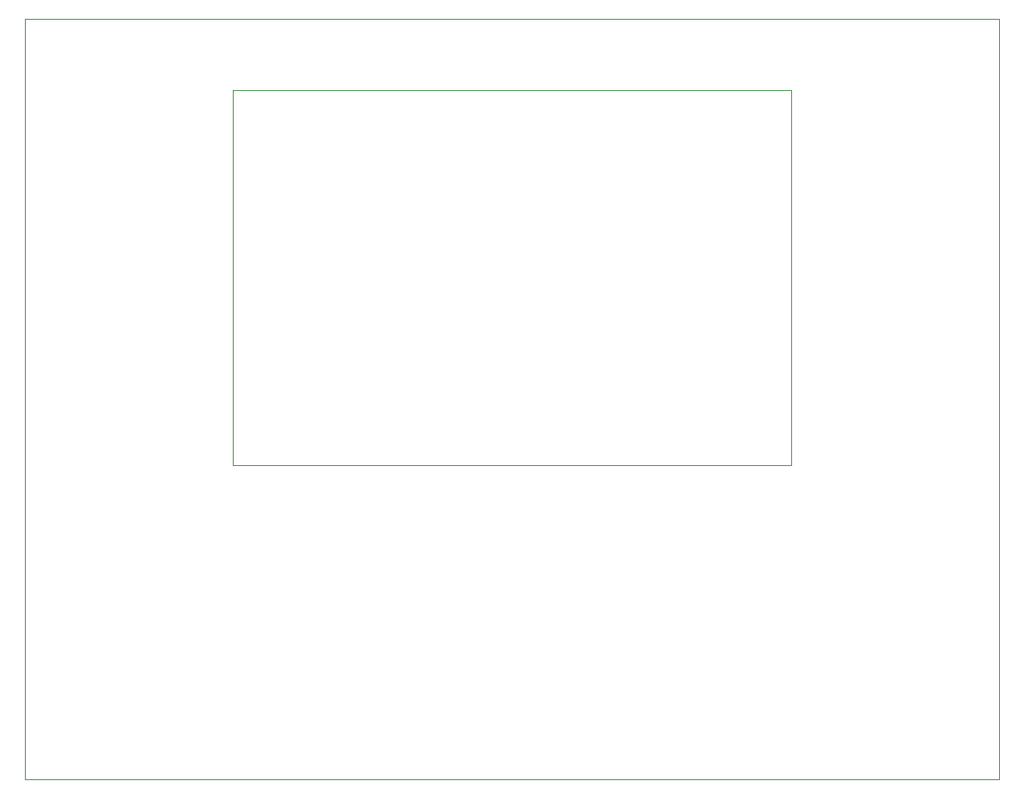
<source format=gm1>
%TF.GenerationSoftware,KiCad,Pcbnew,(6.0.0)*%
%TF.CreationDate,2022-01-06T15:15:50+01:00*%
%TF.ProjectId,Interconnect PCB,496e7465-7263-46f6-9e6e-656374205043,rev?*%
%TF.SameCoordinates,Original*%
%TF.FileFunction,Profile,NP*%
%FSLAX46Y46*%
G04 Gerber Fmt 4.6, Leading zero omitted, Abs format (unit mm)*
G04 Created by KiCad (PCBNEW (6.0.0)) date 2022-01-06 15:15:50*
%MOMM*%
%LPD*%
G01*
G04 APERTURE LIST*
%TA.AperFunction,Profile*%
%ADD10C,0.100000*%
%TD*%
G04 APERTURE END LIST*
D10*
X102000000Y-63000000D02*
X198000000Y-63000000D01*
X198000000Y-63000000D02*
X198000000Y-138000000D01*
X198000000Y-138000000D02*
X102000000Y-138000000D01*
X102000000Y-138000000D02*
X102000000Y-63000000D01*
X177500000Y-70000000D02*
X122500000Y-70000000D01*
X122500000Y-70000000D02*
X122500000Y-107000000D01*
X122500000Y-107000000D02*
X177500000Y-107000000D01*
X177500000Y-107000000D02*
X177500000Y-70000000D01*
M02*

</source>
